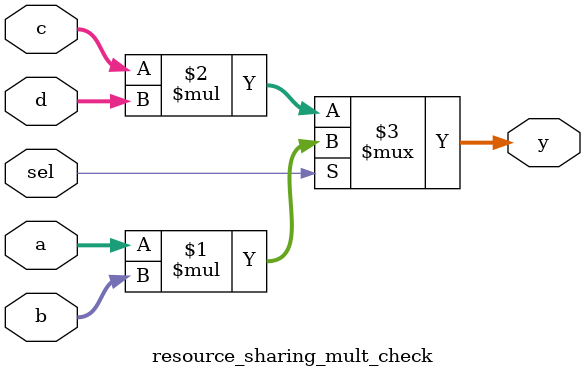
<source format=v>
module resource_sharing_mult_check (input [3:0] a , input [3:0] b, input [3:0] c , input [3:0] d, output [7:0] y  , input sel);
	assign y = sel ? (a*b) : (c*d);

endmodule

</source>
